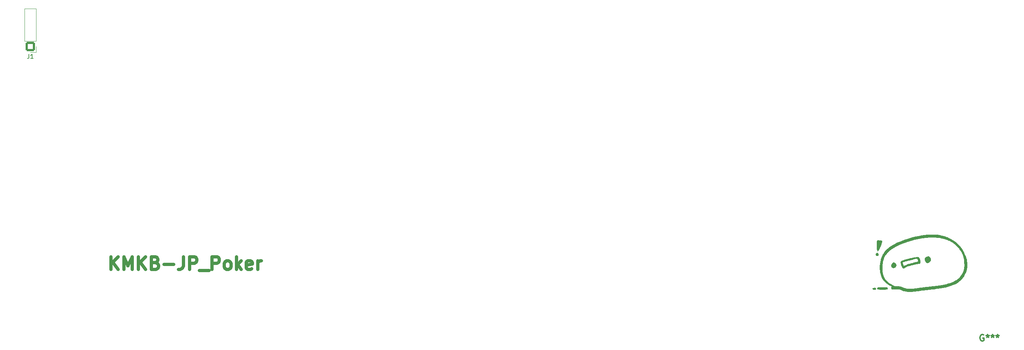
<source format=gbr>
%TF.GenerationSoftware,KiCad,Pcbnew,(6.0.11)*%
%TF.CreationDate,2023-03-31T22:52:27+09:00*%
%TF.ProjectId,KiCad_KMKB-JP_Poker,4b694361-645f-44b4-9d4b-422d4a505f50,rev?*%
%TF.SameCoordinates,Original*%
%TF.FileFunction,Legend,Top*%
%TF.FilePolarity,Positive*%
%FSLAX46Y46*%
G04 Gerber Fmt 4.6, Leading zero omitted, Abs format (unit mm)*
G04 Created by KiCad (PCBNEW (6.0.11)) date 2023-03-31 22:52:27*
%MOMM*%
%LPD*%
G01*
G04 APERTURE LIST*
G04 Aperture macros list*
%AMRoundRect*
0 Rectangle with rounded corners*
0 $1 Rounding radius*
0 $2 $3 $4 $5 $6 $7 $8 $9 X,Y pos of 4 corners*
0 Add a 4 corners polygon primitive as box body*
4,1,4,$2,$3,$4,$5,$6,$7,$8,$9,$2,$3,0*
0 Add four circle primitives for the rounded corners*
1,1,$1+$1,$2,$3*
1,1,$1+$1,$4,$5*
1,1,$1+$1,$6,$7*
1,1,$1+$1,$8,$9*
0 Add four rect primitives between the rounded corners*
20,1,$1+$1,$2,$3,$4,$5,0*
20,1,$1+$1,$4,$5,$6,$7,0*
20,1,$1+$1,$6,$7,$8,$9,0*
20,1,$1+$1,$8,$9,$2,$3,0*%
G04 Aperture macros list end*
%ADD10C,0.750000*%
%ADD11C,0.300000*%
%ADD12C,0.150000*%
%ADD13C,0.120000*%
%ADD14C,2.501900*%
%ADD15C,3.500000*%
%ADD16C,2.250000*%
%ADD17C,4.487800*%
%ADD18C,3.548000*%
%ADD19C,7.500000*%
%ADD20RoundRect,0.250000X0.850000X0.850000X-0.850000X0.850000X-0.850000X-0.850000X0.850000X-0.850000X0*%
%ADD21O,2.200000X2.200000*%
%ADD22C,1.150000*%
%ADD23O,1.500000X2.600000*%
%ADD24O,1.500000X2.100000*%
G04 APERTURE END LIST*
D10*
X147163428Y-258405142D02*
X147163428Y-255405142D01*
X148877714Y-258405142D02*
X147592000Y-256690857D01*
X148877714Y-255405142D02*
X147163428Y-257119428D01*
X150163428Y-258405142D02*
X150163428Y-255405142D01*
X151163428Y-257548000D01*
X152163428Y-255405142D01*
X152163428Y-258405142D01*
X153592000Y-258405142D02*
X153592000Y-255405142D01*
X155306285Y-258405142D02*
X154020571Y-256690857D01*
X155306285Y-255405142D02*
X153592000Y-257119428D01*
X157592000Y-256833714D02*
X158020571Y-256976571D01*
X158163428Y-257119428D01*
X158306285Y-257405142D01*
X158306285Y-257833714D01*
X158163428Y-258119428D01*
X158020571Y-258262285D01*
X157734857Y-258405142D01*
X156592000Y-258405142D01*
X156592000Y-255405142D01*
X157592000Y-255405142D01*
X157877714Y-255548000D01*
X158020571Y-255690857D01*
X158163428Y-255976571D01*
X158163428Y-256262285D01*
X158020571Y-256548000D01*
X157877714Y-256690857D01*
X157592000Y-256833714D01*
X156592000Y-256833714D01*
X159592000Y-257262285D02*
X161877714Y-257262285D01*
X164163428Y-255405142D02*
X164163428Y-257548000D01*
X164020571Y-257976571D01*
X163734857Y-258262285D01*
X163306285Y-258405142D01*
X163020571Y-258405142D01*
X165592000Y-258405142D02*
X165592000Y-255405142D01*
X166734857Y-255405142D01*
X167020571Y-255548000D01*
X167163428Y-255690857D01*
X167306285Y-255976571D01*
X167306285Y-256405142D01*
X167163428Y-256690857D01*
X167020571Y-256833714D01*
X166734857Y-256976571D01*
X165592000Y-256976571D01*
X167877714Y-258690857D02*
X170163428Y-258690857D01*
X170877714Y-258405142D02*
X170877714Y-255405142D01*
X172020571Y-255405142D01*
X172306285Y-255548000D01*
X172449142Y-255690857D01*
X172592000Y-255976571D01*
X172592000Y-256405142D01*
X172449142Y-256690857D01*
X172306285Y-256833714D01*
X172020571Y-256976571D01*
X170877714Y-256976571D01*
X174306285Y-258405142D02*
X174020571Y-258262285D01*
X173877714Y-258119428D01*
X173734857Y-257833714D01*
X173734857Y-256976571D01*
X173877714Y-256690857D01*
X174020571Y-256548000D01*
X174306285Y-256405142D01*
X174734857Y-256405142D01*
X175020571Y-256548000D01*
X175163428Y-256690857D01*
X175306285Y-256976571D01*
X175306285Y-257833714D01*
X175163428Y-258119428D01*
X175020571Y-258262285D01*
X174734857Y-258405142D01*
X174306285Y-258405142D01*
X176592000Y-258405142D02*
X176592000Y-255405142D01*
X176877714Y-257262285D02*
X177734857Y-258405142D01*
X177734857Y-256405142D02*
X176592000Y-257548000D01*
X180163428Y-258262285D02*
X179877714Y-258405142D01*
X179306285Y-258405142D01*
X179020571Y-258262285D01*
X178877714Y-257976571D01*
X178877714Y-256833714D01*
X179020571Y-256548000D01*
X179306285Y-256405142D01*
X179877714Y-256405142D01*
X180163428Y-256548000D01*
X180306285Y-256833714D01*
X180306285Y-257119428D01*
X178877714Y-257405142D01*
X181592000Y-258405142D02*
X181592000Y-256405142D01*
X181592000Y-256976571D02*
X181734857Y-256690857D01*
X181877714Y-256548000D01*
X182163428Y-256405142D01*
X182449142Y-256405142D01*
D11*
%TO.C,G\u002A\u002A\u002A*%
X351971428Y-273812000D02*
X351826285Y-273739428D01*
X351608571Y-273739428D01*
X351390857Y-273812000D01*
X351245714Y-273957142D01*
X351173142Y-274102285D01*
X351100571Y-274392571D01*
X351100571Y-274610285D01*
X351173142Y-274900571D01*
X351245714Y-275045714D01*
X351390857Y-275190857D01*
X351608571Y-275263428D01*
X351753714Y-275263428D01*
X351971428Y-275190857D01*
X352044000Y-275118285D01*
X352044000Y-274610285D01*
X351753714Y-274610285D01*
X352914857Y-273739428D02*
X352914857Y-274102285D01*
X352552000Y-273957142D02*
X352914857Y-274102285D01*
X353277714Y-273957142D01*
X352697142Y-274392571D02*
X352914857Y-274102285D01*
X353132571Y-274392571D01*
X354076000Y-273739428D02*
X354076000Y-274102285D01*
X353713142Y-273957142D02*
X354076000Y-274102285D01*
X354438857Y-273957142D01*
X353858285Y-274392571D02*
X354076000Y-274102285D01*
X354293714Y-274392571D01*
X355237142Y-273739428D02*
X355237142Y-274102285D01*
X354874285Y-273957142D02*
X355237142Y-274102285D01*
X355600000Y-273957142D01*
X355019428Y-274392571D02*
X355237142Y-274102285D01*
X355454857Y-274392571D01*
D12*
%TO.C,J1*%
X127936666Y-207893380D02*
X127936666Y-208607666D01*
X127889047Y-208750523D01*
X127793809Y-208845761D01*
X127650952Y-208893380D01*
X127555714Y-208893380D01*
X128936666Y-208893380D02*
X128365238Y-208893380D01*
X128650952Y-208893380D02*
X128650952Y-207893380D01*
X128555714Y-208036238D01*
X128460476Y-208131476D01*
X128365238Y-208179095D01*
%TO.C,G\u002A\u002A\u002A*%
G36*
X328598797Y-262629664D02*
G01*
X328789105Y-262630953D01*
X328961236Y-262633566D01*
X329108454Y-262637546D01*
X329224021Y-262642936D01*
X329301198Y-262649780D01*
X329331409Y-262656671D01*
X329410206Y-262725619D01*
X329462734Y-262819145D01*
X329484584Y-262922060D01*
X329471345Y-263019171D01*
X329449158Y-263062293D01*
X329425802Y-263094009D01*
X329401070Y-263120212D01*
X329370166Y-263141425D01*
X329328291Y-263158171D01*
X329270648Y-263170974D01*
X329192439Y-263180356D01*
X329088868Y-263186840D01*
X328955135Y-263190950D01*
X328786444Y-263193208D01*
X328577997Y-263194138D01*
X328324997Y-263194263D01*
X328239111Y-263194221D01*
X327977436Y-263193831D01*
X327761775Y-263192869D01*
X327587344Y-263191165D01*
X327449359Y-263188545D01*
X327343036Y-263184839D01*
X327263590Y-263179875D01*
X327206238Y-263173480D01*
X327166195Y-263165484D01*
X327138676Y-263155715D01*
X327136451Y-263154645D01*
X327050961Y-263088588D01*
X327003492Y-263001521D01*
X326993018Y-262904925D01*
X327018508Y-262810281D01*
X327078936Y-262729070D01*
X327173271Y-262672773D01*
X327179825Y-262670492D01*
X327230521Y-262661815D01*
X327323680Y-262654072D01*
X327452564Y-262647306D01*
X327610437Y-262641561D01*
X327790559Y-262636881D01*
X327986194Y-262633307D01*
X328190604Y-262630884D01*
X328397051Y-262629656D01*
X328598797Y-262629664D01*
G37*
G36*
X327434345Y-251592359D02*
G01*
X327588874Y-251605121D01*
X327741354Y-251624005D01*
X327879448Y-251647237D01*
X327990821Y-251673041D01*
X328060715Y-251698360D01*
X328141785Y-251757420D01*
X328183430Y-251836421D01*
X328193400Y-251928616D01*
X328184388Y-251985445D01*
X328159463Y-252080307D01*
X328121785Y-252204154D01*
X328074517Y-252347938D01*
X328020821Y-252502609D01*
X327963859Y-252659119D01*
X327906794Y-252808419D01*
X327852787Y-252941462D01*
X327805001Y-253049198D01*
X327793513Y-253072900D01*
X327743700Y-253183747D01*
X327699035Y-253301429D01*
X327669979Y-253397549D01*
X327610814Y-253581880D01*
X327523640Y-253740862D01*
X327407705Y-253883836D01*
X327336252Y-253963943D01*
X327270613Y-254042876D01*
X327230943Y-254095301D01*
X327181053Y-254156330D01*
X327131998Y-254199831D01*
X327124833Y-254204145D01*
X327092843Y-254216023D01*
X327078943Y-254198295D01*
X327075805Y-254140724D01*
X327075800Y-254135633D01*
X327058589Y-254042762D01*
X327006868Y-253968930D01*
X326967612Y-253919074D01*
X326942634Y-253859381D01*
X326926369Y-253773580D01*
X326919538Y-253713540D01*
X326913334Y-253624230D01*
X326908374Y-253497678D01*
X326904635Y-253341522D01*
X326902091Y-253163399D01*
X326900719Y-252970947D01*
X326900494Y-252771806D01*
X326901391Y-252573612D01*
X326903388Y-252384004D01*
X326906458Y-252210620D01*
X326910579Y-252061098D01*
X326915724Y-251943076D01*
X326921872Y-251864192D01*
X326925496Y-251841000D01*
X326957227Y-251752913D01*
X327004013Y-251673947D01*
X327018527Y-251656850D01*
X327055859Y-251621859D01*
X327094496Y-251601059D01*
X327148551Y-251590846D01*
X327232137Y-251587615D01*
X327290102Y-251587493D01*
X327434345Y-251592359D01*
G37*
G36*
X327151953Y-254583032D02*
G01*
X327253502Y-254651515D01*
X327326891Y-254743449D01*
X327360843Y-254854298D01*
X327356918Y-254972985D01*
X327316681Y-255088432D01*
X327241693Y-255189563D01*
X327169669Y-255245717D01*
X327057290Y-255286990D01*
X326932977Y-255289573D01*
X326817713Y-255253469D01*
X326803983Y-255245628D01*
X326711380Y-255161963D01*
X326657613Y-255053156D01*
X326644143Y-254928470D01*
X326672431Y-254797169D01*
X326718711Y-254704938D01*
X326807075Y-254604734D01*
X326912398Y-254550649D01*
X327029187Y-254543232D01*
X327151953Y-254583032D01*
G37*
G36*
X327648671Y-257161630D02*
G01*
X327712199Y-256721359D01*
X327798306Y-256296112D01*
X327803646Y-256273547D01*
X327851291Y-256095381D01*
X327914404Y-255890773D01*
X327987927Y-255673854D01*
X328066804Y-255458751D01*
X328145978Y-255259594D01*
X328220392Y-255090512D01*
X328245727Y-255038361D01*
X328465273Y-254655431D01*
X328732511Y-254283755D01*
X329045051Y-253926078D01*
X329400502Y-253585140D01*
X329784593Y-253272595D01*
X330190447Y-252988678D01*
X330642485Y-252711052D01*
X331136329Y-252441105D01*
X331667599Y-252180225D01*
X332231916Y-251929799D01*
X332824903Y-251691215D01*
X333442180Y-251465861D01*
X334079368Y-251255125D01*
X334732089Y-251060394D01*
X335395963Y-250883055D01*
X336066613Y-250724497D01*
X336739659Y-250586108D01*
X337410722Y-250469275D01*
X338075425Y-250375386D01*
X338729387Y-250305828D01*
X339267800Y-250267185D01*
X339474129Y-250259408D01*
X339712456Y-250256356D01*
X339970754Y-250257709D01*
X340236998Y-250263144D01*
X340499159Y-250272338D01*
X340745212Y-250284969D01*
X340963132Y-250300715D01*
X341122000Y-250316883D01*
X341688348Y-250398452D01*
X342213235Y-250500172D01*
X342702388Y-250623386D01*
X343161537Y-250769435D01*
X343349957Y-250839122D01*
X343532704Y-250913224D01*
X343727719Y-250998500D01*
X343924938Y-251090024D01*
X344114298Y-251182870D01*
X344285735Y-251272113D01*
X344429187Y-251352827D01*
X344529263Y-251416339D01*
X344623897Y-251480159D01*
X344717924Y-251539950D01*
X344791261Y-251582948D01*
X344792300Y-251583507D01*
X344871529Y-251629067D01*
X344942788Y-251674889D01*
X344957400Y-251685360D01*
X345002072Y-251718150D01*
X345077678Y-251773113D01*
X345173905Y-251842770D01*
X345280436Y-251919640D01*
X345287600Y-251924800D01*
X345394703Y-252002969D01*
X345492111Y-252075924D01*
X345569434Y-252135763D01*
X345616281Y-252174580D01*
X345617800Y-252175978D01*
X345669883Y-252222763D01*
X345744454Y-252287764D01*
X345822236Y-252354246D01*
X345897045Y-252423038D01*
X345996477Y-252522516D01*
X346113894Y-252645278D01*
X346242659Y-252783924D01*
X346376135Y-252931053D01*
X346507685Y-253079264D01*
X346630672Y-253221156D01*
X346738459Y-253349329D01*
X346824409Y-253456382D01*
X346881886Y-253534914D01*
X346884179Y-253538397D01*
X346955898Y-253656738D01*
X347041267Y-253811644D01*
X347137282Y-253996491D01*
X347240939Y-254204653D01*
X347349234Y-254429505D01*
X347459162Y-254664420D01*
X347567718Y-254902774D01*
X347671900Y-255137941D01*
X347768702Y-255363295D01*
X347855120Y-255572212D01*
X347928151Y-255758066D01*
X347984789Y-255914231D01*
X348022031Y-256034082D01*
X348029477Y-256064200D01*
X348071512Y-256290766D01*
X348105725Y-256553342D01*
X348131289Y-256837621D01*
X348147377Y-257129295D01*
X348153164Y-257414060D01*
X348147823Y-257677607D01*
X348133990Y-257873522D01*
X348062027Y-258371674D01*
X347949145Y-258842685D01*
X347793857Y-259289634D01*
X347594679Y-259715603D01*
X347350125Y-260123672D01*
X347058710Y-260516921D01*
X346718948Y-260898431D01*
X346633650Y-260985000D01*
X346400223Y-261202521D01*
X346152260Y-261402724D01*
X345885131Y-261588000D01*
X345594203Y-261760736D01*
X345274846Y-261923321D01*
X344922429Y-262078144D01*
X344532321Y-262227593D01*
X344099891Y-262374059D01*
X343707161Y-262494585D01*
X343458556Y-262566267D01*
X343220007Y-262631341D01*
X342986465Y-262690663D01*
X342752884Y-262745089D01*
X342514216Y-262795477D01*
X342265415Y-262842683D01*
X342001434Y-262887564D01*
X341717224Y-262930976D01*
X341407740Y-262973776D01*
X341067934Y-263016820D01*
X340692758Y-263060966D01*
X340277167Y-263107069D01*
X339816112Y-263155987D01*
X339801200Y-263157541D01*
X339440896Y-263195802D01*
X339085194Y-263235146D01*
X338726026Y-263276556D01*
X338355325Y-263321013D01*
X337965025Y-263369499D01*
X337547058Y-263422996D01*
X337093357Y-263482484D01*
X336702400Y-263534626D01*
X336478336Y-263564308D01*
X336251107Y-263593702D01*
X336030607Y-263621579D01*
X335826731Y-263646709D01*
X335649376Y-263667862D01*
X335508437Y-263683809D01*
X335463918Y-263688512D01*
X335252976Y-263705770D01*
X335020472Y-263717362D01*
X334778328Y-263723281D01*
X334538469Y-263723522D01*
X334312817Y-263718079D01*
X334113298Y-263706945D01*
X333951835Y-263690115D01*
X333946082Y-263689286D01*
X333713580Y-263649651D01*
X333491208Y-263598836D01*
X333264259Y-263532717D01*
X333018023Y-263447168D01*
X332841600Y-263379559D01*
X332685230Y-263320449D01*
X332525537Y-263264536D01*
X332376423Y-263216388D01*
X332251790Y-263180573D01*
X332193900Y-263166769D01*
X331998651Y-263137623D01*
X331767871Y-263122151D01*
X331514980Y-263120452D01*
X331253398Y-263132624D01*
X331002212Y-263158019D01*
X330844102Y-263176393D01*
X330724168Y-263183413D01*
X330630867Y-263178155D01*
X330552659Y-263159694D01*
X330478000Y-263127107D01*
X330454000Y-263114119D01*
X330344639Y-263026803D01*
X330276679Y-262913883D01*
X330251844Y-262781477D01*
X330271856Y-262635703D01*
X330298387Y-262561638D01*
X330328470Y-262489821D01*
X330348079Y-262439393D01*
X330352400Y-262425030D01*
X330330924Y-262410430D01*
X330272029Y-262378055D01*
X330184007Y-262332285D01*
X330075152Y-262277499D01*
X330041250Y-262260736D01*
X329618568Y-262029307D01*
X329237853Y-261771558D01*
X328898446Y-261486453D01*
X328599687Y-261172952D01*
X328340917Y-260830018D01*
X328121477Y-260456614D01*
X327940707Y-260051701D01*
X327797949Y-259614242D01*
X327692542Y-259143199D01*
X327623828Y-258637535D01*
X327606701Y-258428790D01*
X327594608Y-258029725D01*
X327597833Y-257934229D01*
X328222991Y-257934229D01*
X328223947Y-258426271D01*
X328261782Y-258896159D01*
X328336101Y-259341184D01*
X328446513Y-259758635D01*
X328592624Y-260145802D01*
X328774042Y-260499975D01*
X328880356Y-260667500D01*
X329043055Y-260889298D01*
X329220243Y-261096030D01*
X329417311Y-261292173D01*
X329639649Y-261482206D01*
X329892649Y-261670607D01*
X330181702Y-261861853D01*
X330512197Y-262060424D01*
X330654817Y-262141565D01*
X331096035Y-262389210D01*
X331371309Y-262372491D01*
X331629584Y-262367702D01*
X331904106Y-262381695D01*
X332174706Y-262412650D01*
X332421216Y-262458750D01*
X332474967Y-262471973D01*
X332585109Y-262504147D01*
X332726239Y-262550580D01*
X332882536Y-262605801D01*
X333038174Y-262664341D01*
X333086703Y-262683459D01*
X333418747Y-262805469D01*
X333723910Y-262894964D01*
X334011889Y-262954682D01*
X334086200Y-262965815D01*
X334215847Y-262977458D01*
X334386794Y-262983405D01*
X334589895Y-262983969D01*
X334816007Y-262979462D01*
X335055986Y-262970197D01*
X335300688Y-262956488D01*
X335540967Y-262938648D01*
X335767681Y-262916989D01*
X335875013Y-262904589D01*
X336048423Y-262882894D01*
X336258559Y-262856156D01*
X336491808Y-262826134D01*
X336734554Y-262794588D01*
X336973182Y-262763277D01*
X337157713Y-262738815D01*
X337508518Y-262692408D01*
X337820094Y-262652057D01*
X338103479Y-262616468D01*
X338369709Y-262584343D01*
X338629820Y-262554388D01*
X338894849Y-262525307D01*
X339175833Y-262495803D01*
X339483809Y-262464581D01*
X339547200Y-262458257D01*
X340008881Y-262411562D01*
X340424650Y-262367769D01*
X340799264Y-262326112D01*
X341137476Y-262285821D01*
X341444043Y-262246130D01*
X341723720Y-262206271D01*
X341981263Y-262165476D01*
X342221427Y-262122978D01*
X342448968Y-262078009D01*
X342668640Y-262029801D01*
X342885200Y-261977587D01*
X343103403Y-261920599D01*
X343328004Y-261858068D01*
X343408000Y-261835024D01*
X343833223Y-261707020D01*
X344212797Y-261582476D01*
X344551538Y-261459044D01*
X344854262Y-261334377D01*
X345125787Y-261206124D01*
X345370929Y-261071938D01*
X345594505Y-260929470D01*
X345801332Y-260776371D01*
X345996227Y-260610294D01*
X346079442Y-260532502D01*
X346330973Y-260271636D01*
X346568708Y-259987432D01*
X346783177Y-259692426D01*
X346964908Y-259399158D01*
X347035985Y-259266149D01*
X347112802Y-259095016D01*
X347190107Y-258888507D01*
X347262913Y-258661749D01*
X347326237Y-258429871D01*
X347360354Y-258281665D01*
X347406917Y-257992441D01*
X347433150Y-257671170D01*
X347440058Y-257325988D01*
X347428646Y-256965033D01*
X347399921Y-256596443D01*
X347354886Y-256228355D01*
X347294548Y-255868905D01*
X347219911Y-255526233D01*
X347131981Y-255208474D01*
X347031763Y-254923767D01*
X346920262Y-254680249D01*
X346914013Y-254668567D01*
X346855888Y-254565026D01*
X346779871Y-254435796D01*
X346691428Y-254289572D01*
X346596025Y-254135049D01*
X346499128Y-253980922D01*
X346406204Y-253835888D01*
X346322719Y-253708640D01*
X346254138Y-253607876D01*
X346206336Y-253542800D01*
X346032493Y-253338159D01*
X345826931Y-253116955D01*
X345600733Y-252889989D01*
X345364981Y-252668062D01*
X345130755Y-252461974D01*
X344929428Y-252298200D01*
X344840793Y-252228964D01*
X344754202Y-252160663D01*
X344693170Y-252111913D01*
X344624241Y-252066617D01*
X344527537Y-252015824D01*
X344423442Y-251970199D01*
X344418801Y-251968395D01*
X344335663Y-251934943D01*
X344217388Y-251885510D01*
X344075200Y-251824880D01*
X343920324Y-251757837D01*
X343772408Y-251692894D01*
X343473637Y-251564629D01*
X343211626Y-251460828D01*
X342979926Y-251379242D01*
X342772087Y-251317623D01*
X342581661Y-251273722D01*
X342557100Y-251269060D01*
X342435007Y-251246043D01*
X342284681Y-251217055D01*
X342127664Y-251186276D01*
X342019535Y-251164746D01*
X341554780Y-251080283D01*
X341109231Y-251018623D01*
X340667015Y-250978406D01*
X340212258Y-250958275D01*
X339729087Y-250956871D01*
X339615198Y-250958989D01*
X339318909Y-250967648D01*
X339044888Y-250980567D01*
X338781055Y-250998866D01*
X338515332Y-251023666D01*
X338235640Y-251056087D01*
X337929898Y-251097249D01*
X337604100Y-251145503D01*
X336726655Y-251296423D01*
X335878429Y-251476922D01*
X335045111Y-251690389D01*
X334212390Y-251940215D01*
X334111600Y-251972872D01*
X333480046Y-252189163D01*
X332880048Y-252415009D01*
X332314189Y-252649144D01*
X331785051Y-252890302D01*
X331295217Y-253137219D01*
X330847270Y-253388628D01*
X330443791Y-253643263D01*
X330087363Y-253899860D01*
X329942540Y-254016021D01*
X329702424Y-254232102D01*
X329467887Y-254474036D01*
X329247533Y-254731371D01*
X329049963Y-254993654D01*
X328883780Y-255250431D01*
X328798067Y-255406659D01*
X328697886Y-255627493D01*
X328599850Y-255885721D01*
X328508134Y-256167976D01*
X328426914Y-256460893D01*
X328360364Y-256751106D01*
X328333286Y-256894524D01*
X328259307Y-257422743D01*
X328222991Y-257934229D01*
X327597833Y-257934229D01*
X327609036Y-257602546D01*
X327648671Y-257161630D01*
G37*
G36*
X339094925Y-255390630D02*
G01*
X339123099Y-255395961D01*
X339259052Y-255441887D01*
X339370355Y-255521033D01*
X339462680Y-255638980D01*
X339541704Y-255801310D01*
X339545790Y-255811669D01*
X339600911Y-255978540D01*
X339622894Y-256122537D01*
X339609564Y-256253998D01*
X339558747Y-256383263D01*
X339468270Y-256520670D01*
X339372451Y-256635995D01*
X339246439Y-256765443D01*
X339129895Y-256854462D01*
X339012170Y-256909268D01*
X338882614Y-256936079D01*
X338854039Y-256938652D01*
X338752995Y-256941816D01*
X338675232Y-256929972D01*
X338594202Y-256898023D01*
X338563503Y-256882849D01*
X338410708Y-256777887D01*
X338292562Y-256636515D01*
X338209907Y-256460241D01*
X338163585Y-256250573D01*
X338155113Y-256151849D01*
X338155452Y-255980286D01*
X338178344Y-255844668D01*
X338227482Y-255733772D01*
X338306556Y-255636376D01*
X338332785Y-255611598D01*
X338499318Y-255493968D01*
X338689463Y-255415854D01*
X338891803Y-255380369D01*
X339094925Y-255390630D01*
G37*
G36*
X326549041Y-262760954D02*
G01*
X326600763Y-262773278D01*
X326641206Y-262796395D01*
X326680147Y-262831474D01*
X326736688Y-262919131D01*
X326746174Y-263015135D01*
X326708966Y-263109610D01*
X326668183Y-263157865D01*
X326621570Y-263197472D01*
X326574183Y-263220516D01*
X326509494Y-263232030D01*
X326410978Y-263237046D01*
X326407833Y-263237135D01*
X326299919Y-263236894D01*
X326197661Y-263231259D01*
X326128004Y-263222248D01*
X326004609Y-263179555D01*
X325924976Y-263111282D01*
X325888839Y-263017183D01*
X325887222Y-263001760D01*
X325886476Y-262925449D01*
X325902449Y-262870719D01*
X325942374Y-262832802D01*
X326013482Y-262806932D01*
X326123004Y-262788341D01*
X326228309Y-262776921D01*
X326372603Y-262763957D01*
X326476251Y-262758241D01*
X326549041Y-262760954D01*
G37*
G36*
X332525486Y-256633494D02*
G01*
X332558334Y-256527763D01*
X332616007Y-256449009D01*
X332702443Y-256389857D01*
X332821580Y-256342930D01*
X332850156Y-256334222D01*
X333120877Y-256254940D01*
X333345346Y-256189909D01*
X333525873Y-256138466D01*
X333664769Y-256099948D01*
X333679800Y-256095879D01*
X333787110Y-256066650D01*
X333894146Y-256037052D01*
X333959200Y-256018752D01*
X334047091Y-255994609D01*
X334171231Y-255961724D01*
X334318534Y-255923471D01*
X334475916Y-255883228D01*
X334630292Y-255844369D01*
X334746600Y-255815626D01*
X334901449Y-255779883D01*
X335079733Y-255742141D01*
X335269516Y-255704607D01*
X335458864Y-255669486D01*
X335635841Y-255638984D01*
X335788511Y-255615307D01*
X335904941Y-255600660D01*
X335915000Y-255599697D01*
X336037102Y-255585074D01*
X336160182Y-255564725D01*
X336260053Y-255542724D01*
X336270600Y-255539804D01*
X336401127Y-255517934D01*
X336539748Y-255520234D01*
X336668585Y-255544744D01*
X336769762Y-255589502D01*
X336778309Y-255595484D01*
X336846356Y-255664860D01*
X336918436Y-255770762D01*
X336987152Y-255900219D01*
X337045107Y-256040258D01*
X337063270Y-256095186D01*
X337090201Y-256211138D01*
X337109355Y-256349533D01*
X337120553Y-256498685D01*
X337123618Y-256646906D01*
X337118372Y-256782511D01*
X337104639Y-256893813D01*
X337082240Y-256969124D01*
X337076696Y-256978853D01*
X337018749Y-257048577D01*
X336944676Y-257097285D01*
X336843162Y-257130159D01*
X336702894Y-257152382D01*
X336696237Y-257153132D01*
X336588891Y-257167598D01*
X336450313Y-257189879D01*
X336294253Y-257217388D01*
X336134464Y-257247535D01*
X335984698Y-257277732D01*
X335858706Y-257305392D01*
X335775300Y-257326462D01*
X335717963Y-257341266D01*
X335625963Y-257363325D01*
X335514274Y-257389094D01*
X335445100Y-257404626D01*
X335315959Y-257434208D01*
X335158706Y-257471575D01*
X334994375Y-257511670D01*
X334860900Y-257545120D01*
X334606203Y-257610988D01*
X334394699Y-257668427D01*
X334219958Y-257719891D01*
X334075553Y-257767833D01*
X333955056Y-257814707D01*
X333852037Y-257862965D01*
X333760068Y-257915063D01*
X333672722Y-257973453D01*
X333603600Y-258024994D01*
X333460515Y-258126228D01*
X333340085Y-258189122D01*
X333234667Y-258216111D01*
X333136623Y-258209635D01*
X333080828Y-258191791D01*
X333009677Y-258142335D01*
X332930910Y-258047705D01*
X332843376Y-257906314D01*
X332765825Y-257757579D01*
X332675260Y-257565059D01*
X332609132Y-257402518D01*
X332563661Y-257257693D01*
X332535065Y-257118321D01*
X332519564Y-256972138D01*
X332518512Y-256955393D01*
X332513762Y-256782233D01*
X333006700Y-256782233D01*
X333009799Y-256908766D01*
X333020339Y-256997415D01*
X333045691Y-257106553D01*
X333081973Y-257226190D01*
X333125302Y-257346337D01*
X333171794Y-257457001D01*
X333217565Y-257548192D01*
X333258734Y-257609920D01*
X333290983Y-257632200D01*
X333316465Y-257618989D01*
X333370024Y-257584979D01*
X333416787Y-257553463D01*
X333587738Y-257453035D01*
X333805178Y-257354260D01*
X334064797Y-257258997D01*
X334200500Y-257215862D01*
X334325164Y-257177877D01*
X334438989Y-257143020D01*
X334529363Y-257115166D01*
X334583518Y-257098235D01*
X334645564Y-257080307D01*
X334748827Y-257052623D01*
X334885371Y-257017148D01*
X335047260Y-256975846D01*
X335226558Y-256930682D01*
X335415331Y-256883623D01*
X335605640Y-256836633D01*
X335789552Y-256791677D01*
X335959130Y-256750721D01*
X336106439Y-256715729D01*
X336223541Y-256688667D01*
X336302503Y-256671500D01*
X336321400Y-256667884D01*
X336436071Y-256647088D01*
X336509712Y-256630064D01*
X336551400Y-256612223D01*
X336570212Y-256588981D01*
X336575225Y-256555749D01*
X336575400Y-256539538D01*
X336560236Y-256386747D01*
X336518850Y-256229528D01*
X336457393Y-256085361D01*
X336382020Y-255971725D01*
X336371327Y-255959901D01*
X336348064Y-255936973D01*
X336323578Y-255921501D01*
X336291075Y-255914302D01*
X336243761Y-255916194D01*
X336174842Y-255927995D01*
X336077524Y-255950521D01*
X335945013Y-255984590D01*
X335770514Y-256031020D01*
X335762600Y-256033136D01*
X335607151Y-256074419D01*
X335421034Y-256123396D01*
X335222805Y-256175209D01*
X335031023Y-256225001D01*
X334937100Y-256249228D01*
X334743739Y-256299391D01*
X334534531Y-256354414D01*
X334316642Y-256412347D01*
X334097237Y-256471239D01*
X333883480Y-256529139D01*
X333682537Y-256584097D01*
X333501573Y-256634162D01*
X333347753Y-256677384D01*
X333228242Y-256711812D01*
X333150204Y-256735496D01*
X333146400Y-256736727D01*
X333006700Y-256782233D01*
X332513762Y-256782233D01*
X332513525Y-256773579D01*
X332525486Y-256633494D01*
G37*
G36*
X330994739Y-256775876D02*
G01*
X331071043Y-256801924D01*
X331149250Y-256853070D01*
X331240129Y-256935638D01*
X331301275Y-256998708D01*
X331402369Y-257114320D01*
X331468292Y-257213910D01*
X331505357Y-257310781D01*
X331519876Y-257418233D01*
X331520800Y-257461297D01*
X331496231Y-257626104D01*
X331425847Y-257782806D01*
X331314630Y-257923756D01*
X331167564Y-258041311D01*
X331127100Y-258065410D01*
X331022089Y-258106319D01*
X330894836Y-258130038D01*
X330763900Y-258135383D01*
X330647840Y-258121172D01*
X330587081Y-258099835D01*
X330466009Y-258014210D01*
X330376454Y-257895720D01*
X330316191Y-257740452D01*
X330285452Y-257568700D01*
X330282394Y-257488868D01*
X330294313Y-257411966D01*
X330325130Y-257327985D01*
X330378768Y-257226918D01*
X330459150Y-257098757D01*
X330484936Y-257059728D01*
X330592202Y-256920870D01*
X330700090Y-256828761D01*
X330814156Y-256779594D01*
X330909569Y-256768600D01*
X330994739Y-256775876D01*
G37*
D13*
%TO.C,J1*%
X129600000Y-204841000D02*
X126940000Y-204841000D01*
X129600000Y-204841000D02*
X129600000Y-197161000D01*
X126940000Y-204841000D02*
X126940000Y-197161000D01*
X129600000Y-206111000D02*
X129600000Y-207441000D01*
X129600000Y-197161000D02*
X126940000Y-197161000D01*
X129600000Y-207441000D02*
X128270000Y-207441000D01*
%TD*%
%LPC*%
D14*
%TO.C,REF\u002A\u002A*%
X406193750Y-231719700D02*
X410043750Y-231719700D01*
X124993750Y-226417800D02*
X128793750Y-226417800D01*
X124993750Y-231719700D02*
X128793750Y-231719700D01*
X406193750Y-226417800D02*
X409993750Y-226417800D01*
X406193750Y-226417800D02*
G75*
G03*
X403542800Y-229068750I0J-2650950D01*
G01*
X131444700Y-229068750D02*
G75*
G03*
X128793750Y-226417800I-2650949J1D01*
G01*
X128793750Y-231719700D02*
G75*
G03*
X131444700Y-229068750I1J2650949D01*
G01*
X403542800Y-229068750D02*
G75*
G03*
X406193750Y-231719700I2650950J0D01*
G01*
%TD*%
D15*
%TO.C,K_.1*%
X320833750Y-236378750D03*
D16*
X329723750Y-238918750D03*
D15*
X327183750Y-233838750D03*
D16*
X319563750Y-238918750D03*
D17*
X324643750Y-238918750D03*
%TD*%
%TO.C,K_\u002C1*%
X305593750Y-238918750D03*
D16*
X300513750Y-238918750D03*
D15*
X301783750Y-236378750D03*
X308133750Y-233838750D03*
D16*
X310673750Y-238918750D03*
%TD*%
%TO.C,K_#1*%
X148113750Y-181768750D03*
D17*
X153193750Y-181768750D03*
D15*
X157003750Y-184308750D03*
X150653750Y-186848750D03*
D16*
X158273750Y-181768750D03*
%TD*%
D15*
%TO.C,K_#2*%
X174783750Y-176688750D03*
X168433750Y-179228750D03*
D16*
X167163750Y-181768750D03*
X177323750Y-181768750D03*
D17*
X172243750Y-181768750D03*
%TD*%
%TO.C,K_#3*%
X191293750Y-181768750D03*
D15*
X193833750Y-176688750D03*
D16*
X186213750Y-181768750D03*
X196373750Y-181768750D03*
D15*
X187483750Y-179228750D03*
%TD*%
D16*
%TO.C,K_#4*%
X205263750Y-181768750D03*
D15*
X206533750Y-179228750D03*
X212883750Y-176688750D03*
D16*
X215423750Y-181768750D03*
D17*
X210343750Y-181768750D03*
%TD*%
D16*
%TO.C,K_#5*%
X224313750Y-181768750D03*
D15*
X225583750Y-179228750D03*
D16*
X234473750Y-181768750D03*
D15*
X231933750Y-176688750D03*
D17*
X229393750Y-181768750D03*
%TD*%
D15*
%TO.C,K_#6*%
X250983750Y-176688750D03*
D16*
X253523750Y-181768750D03*
X243363750Y-181768750D03*
D17*
X248443750Y-181768750D03*
D15*
X244633750Y-179228750D03*
%TD*%
%TO.C,K_#7*%
X263683750Y-179228750D03*
D16*
X262413750Y-181768750D03*
D17*
X267493750Y-181768750D03*
D15*
X270033750Y-176688750D03*
D16*
X272573750Y-181768750D03*
%TD*%
%TO.C,K_#8*%
X281463750Y-181768750D03*
D17*
X286543750Y-181768750D03*
D16*
X291623750Y-181768750D03*
D15*
X282733750Y-179228750D03*
X289083750Y-176688750D03*
%TD*%
%TO.C,K_#9*%
X308133750Y-176688750D03*
D17*
X305593750Y-181768750D03*
D15*
X301783750Y-179228750D03*
D16*
X310673750Y-181768750D03*
X300513750Y-181768750D03*
%TD*%
D17*
%TO.C,K_#0_1*%
X324643750Y-181768750D03*
D15*
X320833750Y-179228750D03*
D16*
X329723750Y-181768750D03*
D15*
X327183750Y-176688750D03*
D16*
X319563750Y-181768750D03*
%TD*%
D15*
%TO.C,K_:1*%
X354171250Y-217328750D03*
D16*
X352901250Y-219868750D03*
D17*
X357981250Y-219868750D03*
D15*
X360521250Y-214788750D03*
D16*
X363061250Y-219868750D03*
%TD*%
D15*
%TO.C,K_-1*%
X346233750Y-176688750D03*
D16*
X338613750Y-181768750D03*
D17*
X343693750Y-181768750D03*
D15*
X339883750Y-179228750D03*
D16*
X348773750Y-181768750D03*
%TD*%
%TO.C,K_/1*%
X348773750Y-238918750D03*
D17*
X343693750Y-238918750D03*
D16*
X338613750Y-238918750D03*
D15*
X339883750Y-236378750D03*
X346233750Y-233838750D03*
%TD*%
%TO.C,K_;1*%
X341471250Y-214788750D03*
D17*
X338931250Y-219868750D03*
D15*
X335121250Y-217328750D03*
D16*
X333851250Y-219868750D03*
X344011250Y-219868750D03*
%TD*%
%TO.C,K_@1*%
X358298750Y-200818750D03*
D15*
X355758750Y-195738750D03*
D16*
X348138750Y-200818750D03*
D17*
X353218750Y-200818750D03*
D15*
X349408750Y-198278750D03*
%TD*%
%TO.C,K_]1*%
X379571250Y-214788750D03*
D16*
X382111250Y-219868750D03*
D17*
X377031250Y-219868750D03*
D16*
X371951250Y-219868750D03*
D15*
X373221250Y-217328750D03*
%TD*%
D17*
%TO.C,K_[1*%
X372268750Y-200818750D03*
D15*
X374808750Y-195738750D03*
D16*
X377348750Y-200818750D03*
D15*
X368458750Y-198278750D03*
D16*
X367188750Y-200818750D03*
%TD*%
D17*
%TO.C,K_A1*%
X167481250Y-219868750D03*
D15*
X163671250Y-217328750D03*
X170021250Y-214788750D03*
D16*
X162401250Y-219868750D03*
X172561250Y-219868750D03*
%TD*%
D15*
%TO.C,K_B1*%
X250983750Y-233838750D03*
X244633750Y-236378750D03*
D16*
X253523750Y-238918750D03*
X243363750Y-238918750D03*
D17*
X248443750Y-238918750D03*
%TD*%
%TO.C,K_YEN1*%
X381793750Y-181768750D03*
D15*
X384333750Y-176688750D03*
X377983750Y-179228750D03*
D16*
X386873750Y-181768750D03*
X376713750Y-181768750D03*
%TD*%
D15*
%TO.C,K_C1*%
X206533750Y-236378750D03*
D16*
X205263750Y-238918750D03*
D15*
X212883750Y-233838750D03*
D16*
X215423750Y-238918750D03*
D17*
X210343750Y-238918750D03*
%TD*%
D15*
%TO.C,K_D1*%
X201771250Y-217328750D03*
D17*
X205581250Y-219868750D03*
D15*
X208121250Y-214788750D03*
D16*
X200501250Y-219868750D03*
X210661250Y-219868750D03*
%TD*%
%TO.C,K_E1*%
X205898750Y-200818750D03*
D15*
X203358750Y-195738750D03*
D17*
X200818750Y-200818750D03*
D16*
X195738750Y-200818750D03*
D15*
X197008750Y-198278750D03*
%TD*%
D17*
%TO.C,K_ENTER1*%
X398462500Y-210343750D03*
X406717500Y-222281750D03*
D18*
X391477500Y-198405750D03*
D15*
X401002500Y-206533750D03*
D18*
X391477500Y-222281750D03*
D16*
X398462500Y-205263750D03*
D15*
X403542500Y-212883750D03*
D17*
X406717500Y-198405750D03*
D16*
X398462500Y-215423750D03*
%TD*%
D15*
%TO.C,K_F1*%
X220821250Y-217328750D03*
X227171250Y-214788750D03*
D17*
X224631250Y-219868750D03*
D16*
X229711250Y-219868750D03*
X219551250Y-219868750D03*
%TD*%
%TO.C,K_G1*%
X248761250Y-219868750D03*
D15*
X239871250Y-217328750D03*
X246221250Y-214788750D03*
D16*
X238601250Y-219868750D03*
D17*
X243681250Y-219868750D03*
%TD*%
D15*
%TO.C,K_ESC1*%
X131603750Y-186848750D03*
D16*
X129063750Y-181768750D03*
D15*
X137953750Y-184308750D03*
D17*
X134143750Y-181768750D03*
D16*
X139223750Y-181768750D03*
%TD*%
D17*
%TO.C,K_H1*%
X262731250Y-219868750D03*
D16*
X267811250Y-219868750D03*
D15*
X265271250Y-214788750D03*
X258921250Y-217328750D03*
D16*
X257651250Y-219868750D03*
%TD*%
%TO.C,K_I1*%
X290988750Y-200818750D03*
D15*
X292258750Y-198278750D03*
D17*
X296068750Y-200818750D03*
D15*
X298608750Y-195738750D03*
D16*
X301148750Y-200818750D03*
%TD*%
D15*
%TO.C,K_J1*%
X277971250Y-217328750D03*
D16*
X276701250Y-219868750D03*
D17*
X281781250Y-219868750D03*
D15*
X284321250Y-214788750D03*
D16*
X286861250Y-219868750D03*
%TD*%
D15*
%TO.C,K_K1*%
X303371250Y-214788750D03*
D17*
X300831250Y-219868750D03*
D16*
X305911250Y-219868750D03*
D15*
X297021250Y-217328750D03*
D16*
X295751250Y-219868750D03*
%TD*%
D17*
%TO.C,K_L1*%
X319881250Y-219868750D03*
D15*
X316071250Y-217328750D03*
X322421250Y-214788750D03*
D16*
X324961250Y-219868750D03*
X314801250Y-219868750D03*
%TD*%
D15*
%TO.C,K_LALT1*%
X198596250Y-252888750D03*
D16*
X201136250Y-257968750D03*
D15*
X192246250Y-255428750D03*
D17*
X196056250Y-257968750D03*
D16*
X190976250Y-257968750D03*
%TD*%
%TO.C,K_LCTRL1*%
X129063750Y-257968750D03*
X139223750Y-257968750D03*
D17*
X134143750Y-257968750D03*
D15*
X136683750Y-252888750D03*
X130333750Y-255428750D03*
%TD*%
%TO.C,K_LSFT1*%
X139858750Y-236378750D03*
D16*
X148748750Y-238918750D03*
D15*
X146208750Y-233838750D03*
D17*
X155606750Y-247173750D03*
X131730750Y-247173750D03*
D18*
X131730750Y-231933750D03*
X155606750Y-231933750D03*
D16*
X138588750Y-238918750D03*
D17*
X143668750Y-238918750D03*
%TD*%
D15*
%TO.C,K_M1*%
X289083750Y-233838750D03*
X282733750Y-236378750D03*
D17*
X286543750Y-238918750D03*
D16*
X281463750Y-238918750D03*
X291623750Y-238918750D03*
%TD*%
D17*
%TO.C,K_N1*%
X267493750Y-238918750D03*
D15*
X270033750Y-233838750D03*
D16*
X272573750Y-238918750D03*
D15*
X263683750Y-236378750D03*
D16*
X262413750Y-238918750D03*
%TD*%
%TO.C,K_O1*%
X320198750Y-200818750D03*
D15*
X317658750Y-195738750D03*
D16*
X310038750Y-200818750D03*
D15*
X311308750Y-198278750D03*
D17*
X315118750Y-200818750D03*
%TD*%
D15*
%TO.C,K_P1*%
X336708750Y-195738750D03*
D16*
X329088750Y-200818750D03*
X339248750Y-200818750D03*
D15*
X330358750Y-198278750D03*
D17*
X334168750Y-200818750D03*
%TD*%
%TO.C,K_R1*%
X219868750Y-200818750D03*
D16*
X214788750Y-200818750D03*
D15*
X216058750Y-198278750D03*
D16*
X224948750Y-200818750D03*
D15*
X222408750Y-195738750D03*
%TD*%
%TO.C,K_LEFT1*%
X358933750Y-255428750D03*
D16*
X357663750Y-257968750D03*
D15*
X365283750Y-252888750D03*
D16*
X367823750Y-257968750D03*
D17*
X362743750Y-257968750D03*
%TD*%
D16*
%TO.C,K_RIGHT1*%
X395763750Y-257968750D03*
X405923750Y-257968750D03*
D15*
X403383750Y-252888750D03*
X397033750Y-255428750D03*
D17*
X400843750Y-257968750D03*
%TD*%
D16*
%TO.C,K_RSFT1*%
X405923750Y-238918750D03*
X395763750Y-238918750D03*
D15*
X397033750Y-236378750D03*
D17*
X400843750Y-238918750D03*
D15*
X403383750Y-233838750D03*
%TD*%
D16*
%TO.C,K_S1*%
X191611250Y-219868750D03*
D15*
X182721250Y-217328750D03*
X189071250Y-214788750D03*
D17*
X186531250Y-219868750D03*
D16*
X181451250Y-219868750D03*
%TD*%
D17*
%TO.C,K_T1*%
X238918750Y-200818750D03*
D15*
X235108750Y-198278750D03*
D16*
X233838750Y-200818750D03*
D15*
X241458750Y-195738750D03*
D16*
X243998750Y-200818750D03*
%TD*%
D15*
%TO.C,K_TAB1*%
X141446250Y-195738750D03*
X135096250Y-198278750D03*
D16*
X143986250Y-200818750D03*
X133826250Y-200818750D03*
D17*
X138906250Y-200818750D03*
%TD*%
D15*
%TO.C,K_U1*%
X273208750Y-198278750D03*
X279558750Y-195738750D03*
D16*
X271938750Y-200818750D03*
X282098750Y-200818750D03*
D17*
X277018750Y-200818750D03*
%TD*%
%TO.C,K_V1*%
X229393750Y-238918750D03*
D15*
X231933750Y-233838750D03*
X225583750Y-236378750D03*
D16*
X224313750Y-238918750D03*
X234473750Y-238918750D03*
%TD*%
D15*
%TO.C,K_X1*%
X187483750Y-236378750D03*
D16*
X186213750Y-238918750D03*
X196373750Y-238918750D03*
D15*
X193833750Y-233838750D03*
D17*
X191293750Y-238918750D03*
%TD*%
D15*
%TO.C,K_Y1*%
X260508750Y-195738750D03*
D16*
X252888750Y-200818750D03*
X263048750Y-200818750D03*
D15*
X254158750Y-198278750D03*
D17*
X257968750Y-200818750D03*
%TD*%
D15*
%TO.C,K_Z1*%
X174783750Y-233838750D03*
X168433750Y-236378750D03*
D17*
X172243750Y-238918750D03*
D16*
X167163750Y-238918750D03*
X177323750Y-238918750D03*
%TD*%
%TO.C,K_DOWN1*%
X386873750Y-257968750D03*
X376713750Y-257968750D03*
D15*
X377983750Y-255428750D03*
X384333750Y-252888750D03*
D17*
X381793750Y-257968750D03*
%TD*%
D16*
%TO.C,K_BKSL1*%
X367823750Y-238918750D03*
D15*
X358933750Y-236378750D03*
X365283750Y-233838750D03*
D16*
X357663750Y-238918750D03*
D17*
X362743750Y-238918750D03*
%TD*%
D15*
%TO.C,K_BKSPC1*%
X397033750Y-179228750D03*
D16*
X405923750Y-181768750D03*
D17*
X400843750Y-181768750D03*
D15*
X403383750Y-176688750D03*
D16*
X395763750Y-181768750D03*
%TD*%
D15*
%TO.C,K_W1*%
X177958750Y-198278750D03*
D16*
X176688750Y-200818750D03*
D17*
X181768750Y-200818750D03*
D15*
X184308750Y-195738750D03*
D16*
X186848750Y-200818750D03*
%TD*%
%TO.C,K_Q1*%
X157638750Y-200818750D03*
D15*
X165258750Y-195738750D03*
D17*
X162718750Y-200818750D03*
D15*
X158908750Y-198278750D03*
D16*
X167798750Y-200818750D03*
%TD*%
D15*
%TO.C,K_CAPS1*%
X137477500Y-217328750D03*
D16*
X146367500Y-219868750D03*
D17*
X141287500Y-219868750D03*
D16*
X136207500Y-219868750D03*
D15*
X143827500Y-214788750D03*
%TD*%
%TO.C,K_NHENK1*%
X217646250Y-252888750D03*
D17*
X215106250Y-257968750D03*
D16*
X220186250Y-257968750D03*
D15*
X211296250Y-255428750D03*
D16*
X210026250Y-257968750D03*
%TD*%
D19*
%TO.C,REF\u002A\u002A*%
X150193750Y-200468750D03*
X315493750Y-257768750D03*
X385043750Y-200468750D03*
%TD*%
D16*
%TO.C,K_=1*%
X367823750Y-181768750D03*
X357663750Y-181768750D03*
D15*
X365283750Y-176688750D03*
X358933750Y-179228750D03*
D17*
X362743750Y-181768750D03*
%TD*%
D15*
%TO.C,K_HENK1*%
X277971250Y-255428750D03*
D16*
X286861250Y-257968750D03*
D17*
X281781250Y-257968750D03*
D16*
X276701250Y-257968750D03*
D15*
X284321250Y-252888750D03*
%TD*%
D16*
%TO.C,K_WIN1*%
X305911250Y-257968750D03*
D15*
X297021250Y-255428750D03*
D16*
X295751250Y-257968750D03*
D15*
X303371250Y-252888750D03*
D17*
X300831250Y-257968750D03*
%TD*%
D20*
%TO.C,J1*%
X128270000Y-206111000D03*
D21*
X128270000Y-203571000D03*
X128270000Y-201031000D03*
X128270000Y-198491000D03*
%TD*%
D17*
%TO.C,K_UP1*%
X381793750Y-238918750D03*
D16*
X376713750Y-238918750D03*
X386873750Y-238918750D03*
D15*
X377983750Y-236378750D03*
X384333750Y-233838750D03*
%TD*%
D16*
%TO.C,K_RSPACE1*%
X255270000Y-257968750D03*
D17*
X260350000Y-257968750D03*
D16*
X265430000Y-257968750D03*
D15*
X262890000Y-252888750D03*
X256540000Y-255428750D03*
%TD*%
D17*
%TO.C,K_LSPACE1*%
X236537500Y-257968750D03*
D15*
X232727500Y-255428750D03*
D16*
X241617500Y-257968750D03*
D15*
X239077500Y-252888750D03*
D16*
X231457500Y-257968750D03*
%TD*%
D22*
%TO.C,USB1*%
X140302500Y-177217400D03*
X146082500Y-177217400D03*
D23*
X138872500Y-177747400D03*
D24*
X147512500Y-173567400D03*
X138872500Y-173567400D03*
D23*
X147512500Y-177747400D03*
%TD*%
M02*

</source>
